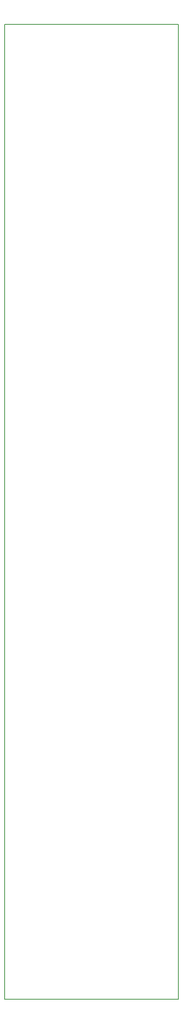
<source format=gbr>
G04 DesignSpark PCB Gerber Version 13.0 Build *
%FSLAX35Y35*%
%MOIN*%
%ADD11C,0.00500*%
X0Y0D02*
D02*
D11*
X9221Y2750D02*
X159221D01*
Y842750D01*
X9221D01*
Y2750D01*
X0Y0D02*
M02*

</source>
